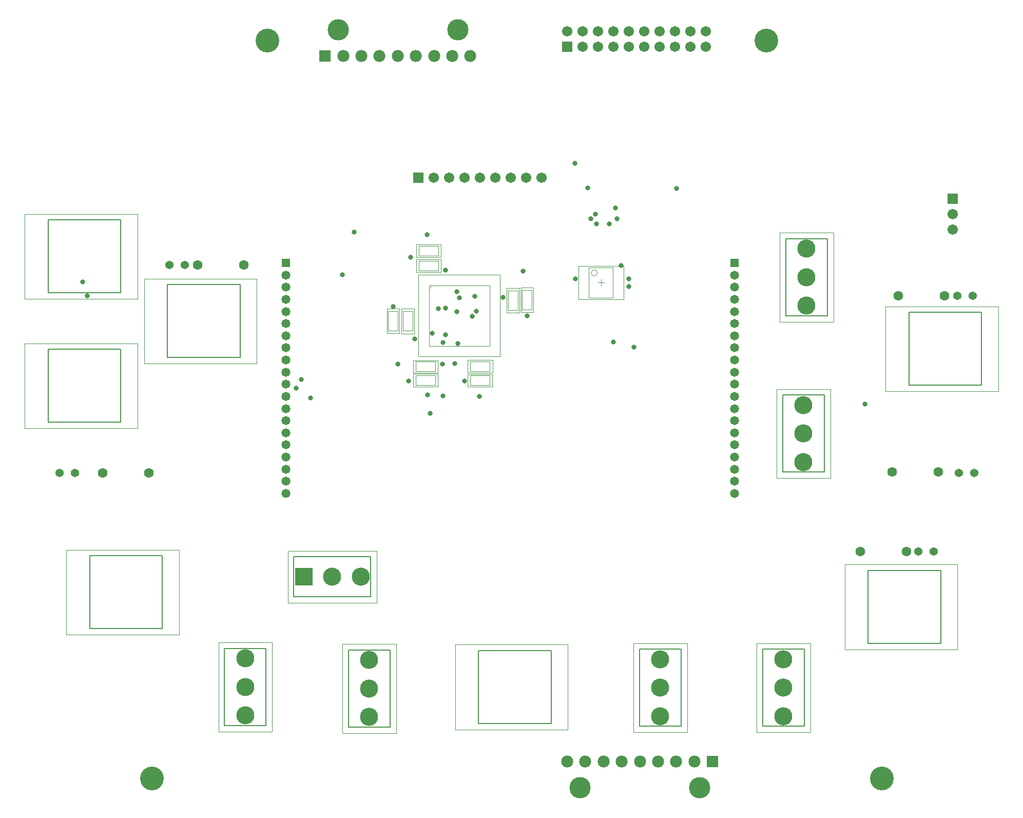
<source format=gbs>
G04*
G04 #@! TF.GenerationSoftware,Altium Limited,Altium Designer,19.1.5 (86)*
G04*
G04 Layer_Color=16711935*
%FSLAX24Y24*%
%MOIN*%
G70*
G01*
G75*
%ADD10C,0.0079*%
%ADD15C,0.0039*%
%ADD21C,0.0020*%
%ADD38C,0.1173*%
%ADD39R,0.0671X0.0671*%
%ADD40C,0.0671*%
%ADD41R,0.1173X0.1173*%
%ADD42C,0.0580*%
%ADD43R,0.0580X0.0580*%
%ADD44C,0.0540*%
%ADD45R,0.0780X0.0780*%
%ADD46C,0.0780*%
%ADD47C,0.1380*%
%ADD48C,0.1540*%
%ADD49R,0.0671X0.0671*%
%ADD50C,0.0631*%
%ADD51C,0.0330*%
D10*
X43450Y22400D02*
X46150D01*
Y27400D01*
X43450D02*
X46150D01*
X43450Y22400D02*
Y27400D01*
X43650Y32550D02*
X46350D01*
Y37550D01*
X43650D02*
X46350D01*
X43650Y32550D02*
Y37550D01*
X11700Y14301D02*
Y16899D01*
Y14301D02*
X16700D01*
Y16899D01*
X11700D02*
X16700D01*
X34150Y5900D02*
X36850D01*
Y10900D01*
X34150D02*
X36850D01*
X34150Y5900D02*
Y10900D01*
X42150Y5900D02*
X44850D01*
Y10900D01*
X42150D02*
X44850D01*
X42150Y5900D02*
Y10900D01*
X15250Y5850D02*
Y10850D01*
X17950D01*
Y5850D02*
Y10850D01*
X15250Y5850D02*
X17950D01*
X7200Y5950D02*
Y10950D01*
X9900D01*
Y5950D02*
Y10950D01*
X7200Y5950D02*
X9900D01*
X23688Y6088D02*
X28412D01*
Y10812D01*
X23688D02*
X28412D01*
X23688Y6088D02*
Y10812D01*
X3488Y29838D02*
X8212D01*
Y34562D01*
X3488D02*
X8212D01*
X3488Y29838D02*
Y34562D01*
X-1562Y12238D02*
Y16962D01*
X3162D01*
Y12238D02*
Y16962D01*
X-1562Y12238D02*
X3162D01*
X51638Y28038D02*
Y32762D01*
X56362D01*
Y28038D02*
Y32762D01*
X51638Y28038D02*
X56362D01*
X48988Y11288D02*
Y16012D01*
X53712D01*
Y11288D02*
Y16012D01*
X48988Y11288D02*
X53712D01*
X-4262Y25638D02*
X462D01*
Y30362D01*
X-4262D02*
X462D01*
X-4262Y25638D02*
Y30362D01*
Y34038D02*
X462D01*
Y38762D01*
X-4262D02*
X462D01*
X-4262Y34038D02*
Y38762D01*
D15*
X31414Y35330D02*
G03*
X31414Y35330I-197J0D01*
G01*
X23170Y28665D02*
X24430D01*
Y28035D02*
Y28665D01*
X23170Y28035D02*
X24430D01*
X23170D02*
Y28665D01*
X19620Y28935D02*
X20880D01*
X19620D02*
Y29565D01*
X20880D01*
Y28935D02*
Y29565D01*
X17835Y31570D02*
Y32830D01*
X18465D01*
Y31570D02*
Y32830D01*
X17835Y31570D02*
X18465D01*
X26535Y32939D02*
Y34198D01*
X27165D01*
Y32939D02*
Y34198D01*
X26535Y32939D02*
X27165D01*
X19820Y35485D02*
X21080D01*
X19820D02*
Y36115D01*
X21080D01*
Y35485D02*
Y36115D01*
X23170Y29565D02*
X24430D01*
Y28935D02*
Y29565D01*
X23170Y28935D02*
X24430D01*
X23170D02*
Y29565D01*
X19620Y28035D02*
X20880D01*
X19620D02*
Y28665D01*
X20880D01*
Y28035D02*
Y28665D01*
X18785Y31570D02*
Y32830D01*
X19415D01*
Y31570D02*
Y32830D01*
X18785Y31570D02*
X19415D01*
X25635Y32920D02*
Y34180D01*
X26265D01*
Y32920D02*
Y34180D01*
X25635Y32920D02*
X26265D01*
X19820Y36435D02*
X21080D01*
X19820D02*
Y37065D01*
X21080D01*
Y36435D02*
Y37065D01*
X20482Y34322D02*
X20678Y34518D01*
X20482Y30582D02*
Y34518D01*
Y30582D02*
X24418D01*
Y34518D01*
X20482D02*
X24418D01*
X30863Y33716D02*
X32437D01*
X30863Y35684D02*
X32437D01*
Y33716D02*
Y35684D01*
X30863Y33716D02*
Y35684D01*
X43056Y22006D02*
X46544D01*
Y27794D01*
X43056D02*
X46544D01*
X43056Y22006D02*
Y27794D01*
X43256Y32156D02*
X46744D01*
Y37944D01*
X43256D02*
X46744D01*
X43256Y32156D02*
Y37944D01*
X11306Y13907D02*
Y17293D01*
Y13907D02*
X17094D01*
Y17293D01*
X11306D02*
X17094D01*
X33756Y5507D02*
X37244D01*
Y11294D01*
X33756D02*
X37244D01*
X33756Y5507D02*
Y11294D01*
X41756Y5506D02*
X45244D01*
Y11294D01*
X41756D02*
X45244D01*
X41756Y5506D02*
Y11294D01*
X14856Y5456D02*
Y11244D01*
X18344D01*
Y5456D02*
Y11244D01*
X14856Y5456D02*
X18344D01*
X6806Y5557D02*
Y11344D01*
X10294D01*
Y5557D02*
Y11344D01*
X6806Y5557D02*
X10294D01*
X22172Y11206D02*
X29495D01*
Y5694D02*
Y11206D01*
X22172Y5694D02*
X29495D01*
X22172D02*
Y11206D01*
X1972Y34956D02*
X9295D01*
Y29444D02*
Y34956D01*
X1972Y29444D02*
X9295D01*
X1972D02*
Y34956D01*
X-3078Y11844D02*
Y17356D01*
Y11844D02*
X4245D01*
Y17356D01*
X-3078D02*
X4245D01*
X50122Y27644D02*
Y33156D01*
Y27644D02*
X57445D01*
Y33156D01*
X50122D02*
X57445D01*
X47472Y10894D02*
Y16406D01*
Y10894D02*
X54795D01*
Y16406D01*
X47472D02*
X54795D01*
X-5778Y30756D02*
X1545D01*
Y25244D02*
Y30756D01*
X-5778Y25244D02*
X1545D01*
X-5778D02*
Y30756D01*
X31650Y34503D02*
Y34897D01*
X31453Y34700D02*
X31847D01*
X-5778Y39156D02*
X1545D01*
Y33644D02*
Y39156D01*
X-5778Y33644D02*
X1545D01*
X-5778D02*
Y39156D01*
D21*
X22997Y28759D02*
X24603D01*
Y27941D02*
Y28759D01*
X22997Y27941D02*
X24603D01*
X22997D02*
Y28759D01*
X19447Y28841D02*
X21053D01*
X19447D02*
Y29659D01*
X21053D01*
Y28841D02*
Y29659D01*
X17741Y31397D02*
Y33003D01*
X18559D01*
Y31397D02*
Y33003D01*
X17741Y31397D02*
X18559D01*
X26441Y32765D02*
Y34372D01*
X27259D01*
Y32765D02*
Y34372D01*
X26441Y32765D02*
X27259D01*
X19647Y35391D02*
X21253D01*
X19647D02*
Y36209D01*
X21253D01*
Y35391D02*
Y36209D01*
X22989Y29667D02*
X24611D01*
Y28833D02*
Y29667D01*
X22989Y28833D02*
X24611D01*
X22989D02*
Y29667D01*
X19439Y27933D02*
X21061D01*
X19439D02*
Y28767D01*
X21061D01*
Y27933D02*
Y28767D01*
X18683Y31389D02*
Y33011D01*
X19517D01*
Y31389D02*
Y33011D01*
X18683Y31389D02*
X19517D01*
X25533Y32739D02*
Y34361D01*
X26367D01*
Y32739D02*
Y34361D01*
X25533Y32739D02*
X26367D01*
X19639Y36333D02*
X21261D01*
X19639D02*
Y37167D01*
X21261D01*
Y36333D02*
Y37167D01*
X19802Y29902D02*
Y35198D01*
Y29902D02*
X25098D01*
Y35198D01*
X19802D02*
X25098D01*
X30193Y33617D02*
X33107D01*
X30193Y35783D02*
X33107D01*
Y33617D02*
Y35783D01*
X30193Y33617D02*
Y35783D01*
D38*
X44800Y26750D02*
D03*
Y24900D02*
D03*
Y23050D02*
D03*
X45000Y36900D02*
D03*
Y35050D02*
D03*
Y33200D02*
D03*
X16050Y15600D02*
D03*
X14200D02*
D03*
X35500Y10251D02*
D03*
Y8400D02*
D03*
Y6550D02*
D03*
X43500Y10250D02*
D03*
Y8400D02*
D03*
Y6550D02*
D03*
X16600Y6500D02*
D03*
Y8350D02*
D03*
Y10200D02*
D03*
X8550Y6600D02*
D03*
Y8450D02*
D03*
Y10301D02*
D03*
D39*
X54500Y40150D02*
D03*
D40*
Y39150D02*
D03*
Y38150D02*
D03*
X21800Y41500D02*
D03*
X22800D02*
D03*
X23800D02*
D03*
X24800D02*
D03*
X25800D02*
D03*
X26800D02*
D03*
X27800D02*
D03*
X20800D02*
D03*
X38450Y51000D02*
D03*
X37450D02*
D03*
X36450D02*
D03*
X35450D02*
D03*
X34450D02*
D03*
X33450D02*
D03*
X32450D02*
D03*
X31450D02*
D03*
X30450D02*
D03*
X29450D02*
D03*
X38450Y50000D02*
D03*
X37450D02*
D03*
X36450D02*
D03*
X35450D02*
D03*
X34450D02*
D03*
X33450D02*
D03*
X32450D02*
D03*
X31450D02*
D03*
X30450D02*
D03*
D41*
X12350Y15600D02*
D03*
D42*
X11180Y30462D02*
D03*
Y32037D02*
D03*
Y34399D02*
D03*
Y33611D02*
D03*
Y32824D02*
D03*
Y31249D02*
D03*
Y35186D02*
D03*
Y29674D02*
D03*
Y28887D02*
D03*
Y23375D02*
D03*
Y24950D02*
D03*
Y26525D02*
D03*
Y25737D02*
D03*
Y24163D02*
D03*
Y28100D02*
D03*
Y22588D02*
D03*
Y21800D02*
D03*
Y27312D02*
D03*
Y21013D02*
D03*
X40314Y30462D02*
D03*
Y32037D02*
D03*
Y34399D02*
D03*
Y33611D02*
D03*
Y32824D02*
D03*
Y31249D02*
D03*
Y35186D02*
D03*
Y29674D02*
D03*
Y28887D02*
D03*
Y23375D02*
D03*
Y24950D02*
D03*
Y26525D02*
D03*
Y25737D02*
D03*
Y24163D02*
D03*
Y28100D02*
D03*
Y22588D02*
D03*
Y21800D02*
D03*
Y27312D02*
D03*
Y21013D02*
D03*
D43*
X11180Y35974D02*
D03*
X40314D02*
D03*
D44*
X53250Y17250D02*
D03*
X52250D02*
D03*
X55900Y22350D02*
D03*
X54900D02*
D03*
X55800Y33850D02*
D03*
X54800D02*
D03*
X-3500Y22350D02*
D03*
X-2500D02*
D03*
X3606Y35850D02*
D03*
X4606D02*
D03*
D45*
X38895Y3600D02*
D03*
X13730Y49400D02*
D03*
D46*
X37715Y3600D02*
D03*
X36535D02*
D03*
X35355D02*
D03*
X34175D02*
D03*
X32995D02*
D03*
X31815D02*
D03*
X30635D02*
D03*
X29455D02*
D03*
X14910Y49400D02*
D03*
X16090D02*
D03*
X17270D02*
D03*
X18450D02*
D03*
X19630D02*
D03*
X20810D02*
D03*
X21990D02*
D03*
X23170D02*
D03*
D47*
X38045Y1900D02*
D03*
X30285D02*
D03*
X14580Y51100D02*
D03*
X22340D02*
D03*
D48*
X2500Y2500D02*
D03*
X49900D02*
D03*
X42400Y50400D02*
D03*
X10000D02*
D03*
D49*
X19800Y41500D02*
D03*
X29450Y50000D02*
D03*
D50*
X8450Y35850D02*
D03*
X5450D02*
D03*
X48500Y17250D02*
D03*
X51500D02*
D03*
X53550Y22400D02*
D03*
X50550D02*
D03*
X-700Y22350D02*
D03*
X2300D02*
D03*
X50950Y33850D02*
D03*
X53950D02*
D03*
D51*
X19300Y36350D02*
D03*
X18150Y33150D02*
D03*
X19150Y28300D02*
D03*
X22800D02*
D03*
X26850Y32550D02*
D03*
X30000Y34950D02*
D03*
X32950Y35800D02*
D03*
X33450Y34450D02*
D03*
Y34950D02*
D03*
X23300Y32500D02*
D03*
X22450Y33700D02*
D03*
X21400Y30800D02*
D03*
X22350Y30750D02*
D03*
X12800Y27200D02*
D03*
X12200Y28400D02*
D03*
X11850Y27850D02*
D03*
X48800Y26801D02*
D03*
X-1700Y33850D02*
D03*
X-2000Y34750D02*
D03*
X32700Y38850D02*
D03*
X32600Y39550D02*
D03*
X32200Y38500D02*
D03*
X22300Y32800D02*
D03*
X20700Y31400D02*
D03*
X21550Y35500D02*
D03*
X21100Y33000D02*
D03*
X33800Y30500D02*
D03*
X25300Y33750D02*
D03*
X26600Y35450D02*
D03*
X20400Y27400D02*
D03*
X19550Y31050D02*
D03*
X22300Y34100D02*
D03*
X20350Y37800D02*
D03*
X14850Y35200D02*
D03*
X15605Y37995D02*
D03*
X21350Y29400D02*
D03*
X21400Y27350D02*
D03*
X20550Y26200D02*
D03*
X18450Y29400D02*
D03*
X21550Y31300D02*
D03*
X23750Y27300D02*
D03*
X21550Y33050D02*
D03*
X32450Y30850D02*
D03*
X23550Y32850D02*
D03*
X31000Y38850D02*
D03*
X31350Y38500D02*
D03*
X36550Y40800D02*
D03*
X30800Y40850D02*
D03*
X31300Y39150D02*
D03*
X23450Y33800D02*
D03*
X22150Y29450D02*
D03*
X29950Y42450D02*
D03*
M02*

</source>
